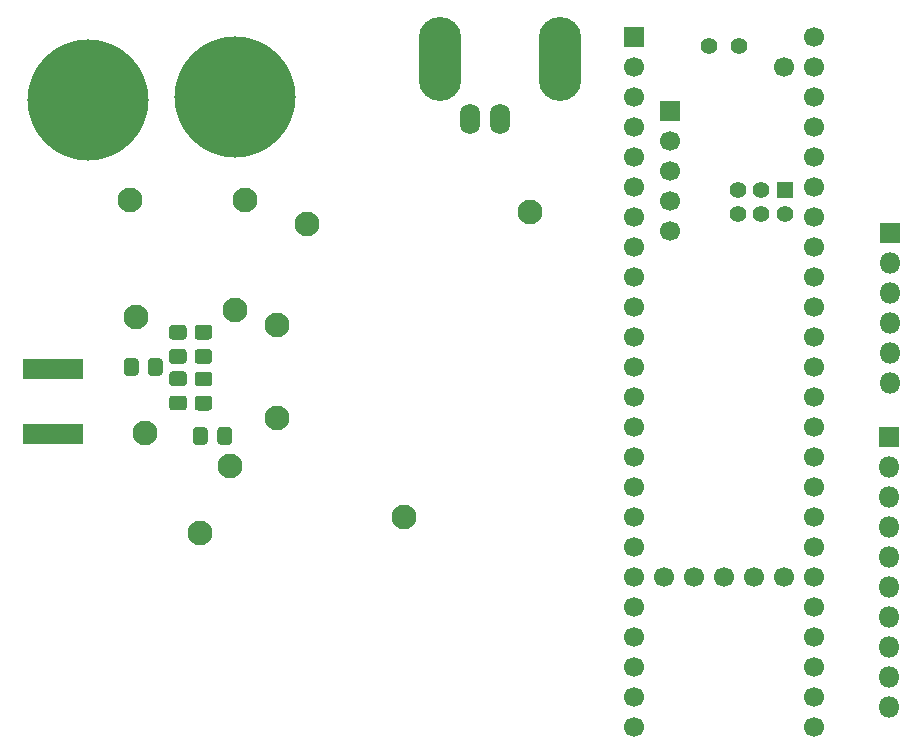
<source format=gbr>
%TF.GenerationSoftware,KiCad,Pcbnew,(5.1.6-0-10_14)*%
%TF.CreationDate,2020-09-18T15:54:44-07:00*%
%TF.ProjectId,AD7766_dev_board,41443737-3636-45f6-9465-765f626f6172,rev?*%
%TF.SameCoordinates,Original*%
%TF.FileFunction,Soldermask,Bot*%
%TF.FilePolarity,Negative*%
%FSLAX46Y46*%
G04 Gerber Fmt 4.6, Leading zero omitted, Abs format (unit mm)*
G04 Created by KiCad (PCBNEW (5.1.6-0-10_14)) date 2020-09-18 15:54:44*
%MOMM*%
%LPD*%
G01*
G04 APERTURE LIST*
%ADD10C,2.100000*%
%ADD11O,1.800000X1.800000*%
%ADD12R,1.800000X1.800000*%
%ADD13C,1.400000*%
%ADD14C,1.700000*%
%ADD15R,1.400000X1.400000*%
%ADD16R,1.700000X1.700000*%
%ADD17C,10.260000*%
%ADD18O,3.600000X7.100000*%
%ADD19O,1.700000X2.600000*%
%ADD20R,5.180000X1.700000*%
G04 APERTURE END LIST*
%TO.C,C13*%
G36*
G01*
X-9426000Y1748262D02*
X-9426000Y791738D01*
G75*
G02*
X-9697738Y520000I-271738J0D01*
G01*
X-10404262Y520000D01*
G75*
G02*
X-10676000Y791738I0J271738D01*
G01*
X-10676000Y1748262D01*
G75*
G02*
X-10404262Y2020000I271738J0D01*
G01*
X-9697738Y2020000D01*
G75*
G02*
X-9426000Y1748262I0J-271738D01*
G01*
G37*
G36*
G01*
X-7376000Y1748262D02*
X-7376000Y791738D01*
G75*
G02*
X-7647738Y520000I-271738J0D01*
G01*
X-8354262Y520000D01*
G75*
G02*
X-8626000Y791738I0J271738D01*
G01*
X-8626000Y1748262D01*
G75*
G02*
X-8354262Y2020000I271738J0D01*
G01*
X-7647738Y2020000D01*
G75*
G02*
X-7376000Y1748262I0J-271738D01*
G01*
G37*
%TD*%
D10*
%TO.C,TP19*%
X2286000Y-3048000D03*
%TD*%
%TO.C,TP18*%
X2286000Y4826000D03*
%TD*%
%TO.C,TP14*%
X-1651000Y-7112000D03*
%TD*%
%TO.C,TP12*%
X-1270000Y6096000D03*
%TD*%
%TO.C,TP8*%
X23749000Y14351000D03*
%TD*%
%TO.C,TP7*%
X13081000Y-11430000D03*
%TD*%
%TO.C,TP6*%
X4826000Y13335000D03*
%TD*%
%TO.C,TP5*%
X-8890000Y-4318000D03*
%TD*%
%TO.C,TP4*%
X-4191000Y-12827000D03*
%TD*%
%TO.C,TP3*%
X-9652000Y5461000D03*
%TD*%
%TO.C,TP2*%
X-381000Y15367000D03*
%TD*%
%TO.C,TP1*%
X-10160000Y15367000D03*
%TD*%
D11*
%TO.C,J4*%
X54102000Y-27559000D03*
X54102000Y-25019000D03*
X54102000Y-22479000D03*
X54102000Y-19939000D03*
X54102000Y-17399000D03*
X54102000Y-14859000D03*
X54102000Y-12319000D03*
X54102000Y-9779000D03*
X54102000Y-7239000D03*
D12*
X54102000Y-4699000D03*
%TD*%
D11*
%TO.C,J3*%
X54229000Y-127000D03*
X54229000Y2413000D03*
X54229000Y4953000D03*
X54229000Y7493000D03*
X54229000Y10033000D03*
D12*
X54229000Y12573000D03*
%TD*%
D13*
%TO.C,U9*%
X41402000Y28480000D03*
X38862000Y28480000D03*
D14*
X45212000Y-16510000D03*
X42672000Y-16510000D03*
X40132000Y-16510000D03*
X37592000Y-16510000D03*
X35052000Y-16510000D03*
D13*
X41313600Y16240000D03*
X41313600Y14240000D03*
X43313600Y14240000D03*
X43313600Y16240000D03*
X45313600Y14240000D03*
D15*
X45313600Y16240000D03*
D14*
X32512000Y-11430000D03*
X32512000Y-13970000D03*
X32512000Y-16510000D03*
X32512000Y-19050000D03*
X32512000Y-8890000D03*
X32512000Y-6350000D03*
X32512000Y-3810000D03*
X32512000Y-21590000D03*
X32512000Y-24130000D03*
X32512000Y-26670000D03*
X32512000Y-29210000D03*
X47752000Y-29210000D03*
X47752000Y-26670000D03*
X47752000Y-24130000D03*
X47752000Y-21590000D03*
X47752000Y-19050000D03*
X47752000Y-16510000D03*
X47752000Y-13970000D03*
X47752000Y-11430000D03*
X47752000Y-8890000D03*
X47752000Y-6350000D03*
X32512000Y-1270000D03*
X32512000Y1270000D03*
X32512000Y3810000D03*
X32512000Y6350000D03*
X32512000Y8890000D03*
X32512000Y11430000D03*
X32512000Y13970000D03*
X32512000Y16510000D03*
X32512000Y19050000D03*
X32512000Y21590000D03*
X32512000Y24130000D03*
X32512000Y26670000D03*
D16*
X32512000Y29210000D03*
D14*
X47752000Y-3810000D03*
X47752000Y-1270000D03*
X47752000Y1270000D03*
X47752000Y3810000D03*
X47752000Y6350000D03*
X47752000Y8890000D03*
X47752000Y11430000D03*
X47752000Y13970000D03*
X47752000Y16510000D03*
X47752000Y19050000D03*
X47752000Y21590000D03*
X47752000Y24130000D03*
X47752000Y26670000D03*
X47752000Y29210000D03*
D16*
X35562800Y22910800D03*
D14*
X35562800Y20370800D03*
X35562800Y17830800D03*
X35562800Y15290800D03*
X35562800Y12750800D03*
X45212000Y26670000D03*
%TD*%
D17*
%TO.C,U2*%
X-1270000Y24130000D03*
%TD*%
%TO.C,U1*%
X-13716000Y23876000D03*
%TD*%
%TO.C,R5*%
G36*
G01*
X-3458738Y-371000D02*
X-4415262Y-371000D01*
G75*
G02*
X-4687000Y-99262I0J271738D01*
G01*
X-4687000Y607262D01*
G75*
G02*
X-4415262Y879000I271738J0D01*
G01*
X-3458738Y879000D01*
G75*
G02*
X-3187000Y607262I0J-271738D01*
G01*
X-3187000Y-99262D01*
G75*
G02*
X-3458738Y-371000I-271738J0D01*
G01*
G37*
G36*
G01*
X-3458738Y-2421000D02*
X-4415262Y-2421000D01*
G75*
G02*
X-4687000Y-2149262I0J271738D01*
G01*
X-4687000Y-1442738D01*
G75*
G02*
X-4415262Y-1171000I271738J0D01*
G01*
X-3458738Y-1171000D01*
G75*
G02*
X-3187000Y-1442738I0J-271738D01*
G01*
X-3187000Y-2149262D01*
G75*
G02*
X-3458738Y-2421000I-271738J0D01*
G01*
G37*
%TD*%
%TO.C,R4*%
G36*
G01*
X-6565262Y-1162000D02*
X-5608738Y-1162000D01*
G75*
G02*
X-5337000Y-1433738I0J-271738D01*
G01*
X-5337000Y-2140262D01*
G75*
G02*
X-5608738Y-2412000I-271738J0D01*
G01*
X-6565262Y-2412000D01*
G75*
G02*
X-6837000Y-2140262I0J271738D01*
G01*
X-6837000Y-1433738D01*
G75*
G02*
X-6565262Y-1162000I271738J0D01*
G01*
G37*
G36*
G01*
X-6565262Y888000D02*
X-5608738Y888000D01*
G75*
G02*
X-5337000Y616262I0J-271738D01*
G01*
X-5337000Y-90262D01*
G75*
G02*
X-5608738Y-362000I-271738J0D01*
G01*
X-6565262Y-362000D01*
G75*
G02*
X-6837000Y-90262I0J271738D01*
G01*
X-6837000Y616262D01*
G75*
G02*
X-6565262Y888000I271738J0D01*
G01*
G37*
%TD*%
%TO.C,R2*%
G36*
G01*
X-4415262Y2784000D02*
X-3458738Y2784000D01*
G75*
G02*
X-3187000Y2512262I0J-271738D01*
G01*
X-3187000Y1805738D01*
G75*
G02*
X-3458738Y1534000I-271738J0D01*
G01*
X-4415262Y1534000D01*
G75*
G02*
X-4687000Y1805738I0J271738D01*
G01*
X-4687000Y2512262D01*
G75*
G02*
X-4415262Y2784000I271738J0D01*
G01*
G37*
G36*
G01*
X-4415262Y4834000D02*
X-3458738Y4834000D01*
G75*
G02*
X-3187000Y4562262I0J-271738D01*
G01*
X-3187000Y3855738D01*
G75*
G02*
X-3458738Y3584000I-271738J0D01*
G01*
X-4415262Y3584000D01*
G75*
G02*
X-4687000Y3855738I0J271738D01*
G01*
X-4687000Y4562262D01*
G75*
G02*
X-4415262Y4834000I271738J0D01*
G01*
G37*
%TD*%
%TO.C,R1*%
G36*
G01*
X-5617738Y3584000D02*
X-6574262Y3584000D01*
G75*
G02*
X-6846000Y3855738I0J271738D01*
G01*
X-6846000Y4562262D01*
G75*
G02*
X-6574262Y4834000I271738J0D01*
G01*
X-5617738Y4834000D01*
G75*
G02*
X-5346000Y4562262I0J-271738D01*
G01*
X-5346000Y3855738D01*
G75*
G02*
X-5617738Y3584000I-271738J0D01*
G01*
G37*
G36*
G01*
X-5617738Y1534000D02*
X-6574262Y1534000D01*
G75*
G02*
X-6846000Y1805738I0J271738D01*
G01*
X-6846000Y2512262D01*
G75*
G02*
X-6574262Y2784000I271738J0D01*
G01*
X-5617738Y2784000D01*
G75*
G02*
X-5346000Y2512262I0J-271738D01*
G01*
X-5346000Y1805738D01*
G75*
G02*
X-5617738Y1534000I-271738J0D01*
G01*
G37*
%TD*%
D18*
%TO.C,J2*%
X26289000Y27305000D03*
D19*
X21209000Y22225000D03*
D18*
X16129000Y27305000D03*
D19*
X18669000Y22225000D03*
%TD*%
D20*
%TO.C,J1*%
X-16706000Y-4421000D03*
X-16706000Y1119000D03*
%TD*%
%TO.C,C10*%
G36*
G01*
X-2766000Y-5050262D02*
X-2766000Y-4093738D01*
G75*
G02*
X-2494262Y-3822000I271738J0D01*
G01*
X-1787738Y-3822000D01*
G75*
G02*
X-1516000Y-4093738I0J-271738D01*
G01*
X-1516000Y-5050262D01*
G75*
G02*
X-1787738Y-5322000I-271738J0D01*
G01*
X-2494262Y-5322000D01*
G75*
G02*
X-2766000Y-5050262I0J271738D01*
G01*
G37*
G36*
G01*
X-4816000Y-5050262D02*
X-4816000Y-4093738D01*
G75*
G02*
X-4544262Y-3822000I271738J0D01*
G01*
X-3837738Y-3822000D01*
G75*
G02*
X-3566000Y-4093738I0J-271738D01*
G01*
X-3566000Y-5050262D01*
G75*
G02*
X-3837738Y-5322000I-271738J0D01*
G01*
X-4544262Y-5322000D01*
G75*
G02*
X-4816000Y-5050262I0J271738D01*
G01*
G37*
%TD*%
M02*

</source>
